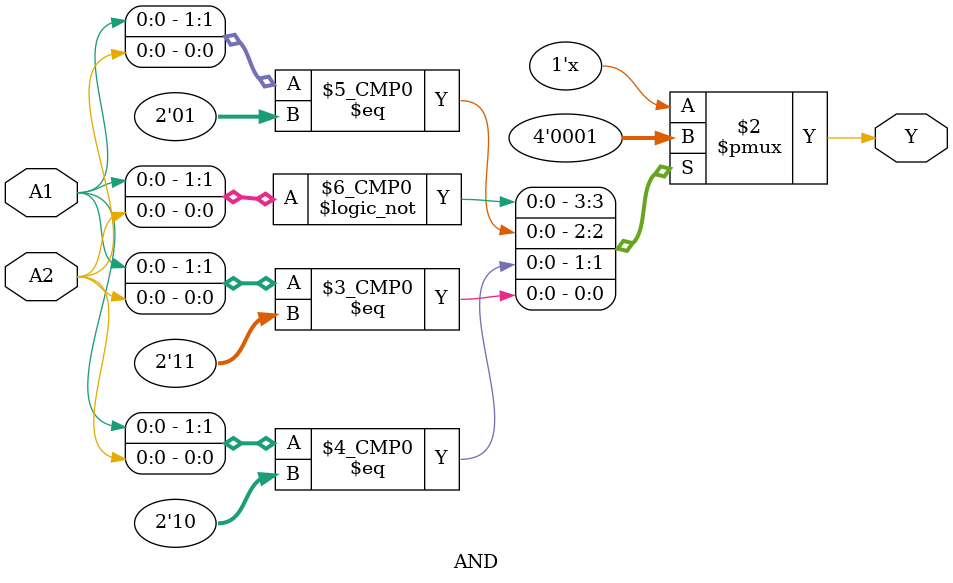
<source format=v>
module AND(Y,A1,A2);
input  A1,A2;
output  Y;
reg Y;

always @(A1 or A2)
case ({A1,A2})
2'b00 : Y <=1'b0;
2'b01 : Y <=1'b0;
2'b10 : Y <=1'b0;
2'b11 : Y <=1'b1;
endcase

endmodule

</source>
